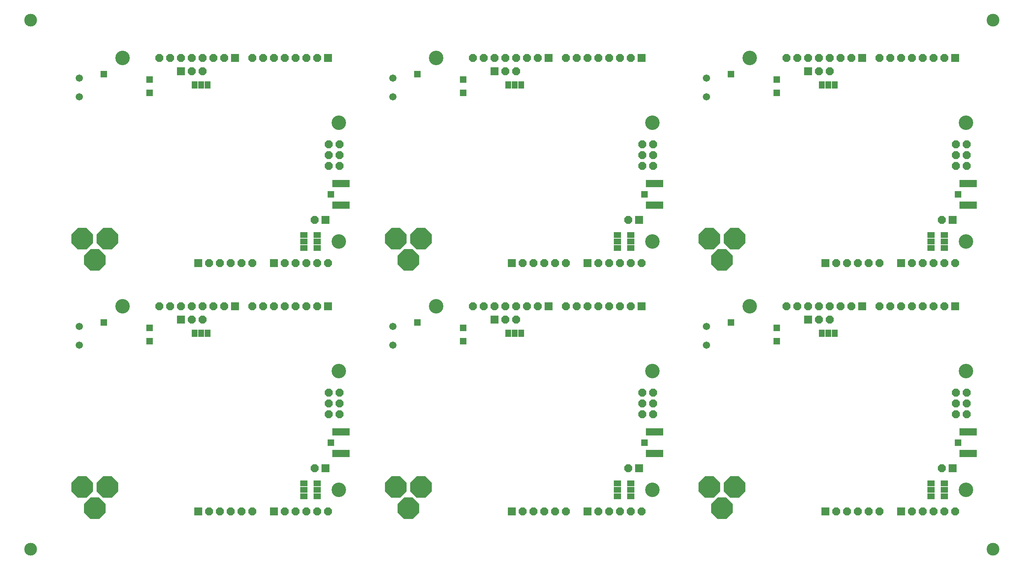
<source format=gbs>
G75*
G70*
%OFA0B0*%
%FSLAX25Y25*%
%IPPOS*%
%LPD*%
%AMOC8*
5,1,8,0,0,1.08239X$1,22.5*
%
%ADD120R,0.07100X0.05400*%
%ADD121R,0.07200X0.07200*%
%ADD133C,0.11820*%
%ADD153C,0.13400*%
%ADD159R,0.16400X0.06800*%
%ADD33OC8,0.07200*%
%ADD40R,0.05920X0.05920*%
%ADD50R,0.16800X0.06800*%
%ADD67R,0.05400X0.07100*%
%ADD79C,0.06740*%
%ADD88OC8,0.19800*%
X0010000Y0010000D02*
G75*
%LPD*%
D133*
X0035000Y0035000D03*
X0925000Y0035000D03*
X0010000Y0060000D02*
G75*
%LPD*%
X0060000Y0060000D02*
G75*
%LPD*%
D153*
X0120000Y0260000D03*
X0320000Y0200000D03*
X0320000Y0090000D03*
D33*
X0310000Y0070000D03*
X0300000Y0070000D03*
X0290000Y0070000D03*
X0280000Y0070000D03*
X0270000Y0070000D03*
X0240000Y0070000D03*
X0230000Y0070000D03*
X0220000Y0070000D03*
X0210000Y0070000D03*
X0200000Y0070000D03*
X0297500Y0110000D03*
X0310550Y0159810D03*
X0320550Y0159810D03*
X0320550Y0169810D03*
X0310550Y0169810D03*
X0310550Y0179810D03*
X0320550Y0179810D03*
X0300000Y0260000D03*
X0290000Y0260000D03*
X0280000Y0260000D03*
X0270000Y0260000D03*
X0260000Y0260000D03*
X0250000Y0260000D03*
X0240000Y0260000D03*
X0214000Y0260000D03*
X0204000Y0260000D03*
X0194000Y0260000D03*
X0184000Y0260000D03*
X0174000Y0260000D03*
X0164000Y0260000D03*
X0154000Y0260000D03*
X0184000Y0247500D03*
X0194000Y0247500D03*
D121*
X0174000Y0247500D03*
X0224000Y0260000D03*
X0310000Y0260000D03*
X0307500Y0110000D03*
X0260000Y0070000D03*
X0190000Y0070000D03*
D88*
X0094200Y0073000D03*
X0106000Y0092700D03*
X0082400Y0092700D03*
D50*
D159*
X0321800Y0123500D03*
D50*
D159*
X0321800Y0143500D03*
D50*
D120*
X0300000Y0096000D03*
X0300000Y0090000D03*
X0300000Y0084000D03*
X0287500Y0084000D03*
X0287500Y0090000D03*
X0287500Y0096000D03*
D67*
X0198500Y0235000D03*
X0192500Y0235000D03*
X0186500Y0235000D03*
D79*
X0080000Y0241170D03*
X0080000Y0223840D03*
D40*
X0102500Y0245000D03*
X0145000Y0240000D03*
X0145000Y0227500D03*
X0312500Y0133500D03*
X0060000Y0270000D02*
G75*
%LPD*%
X0060000Y0290000D02*
G75*
%LPD*%
D153*
X0120000Y0490000D03*
X0320000Y0430000D03*
X0320000Y0320000D03*
D33*
X0310000Y0300000D03*
X0300000Y0300000D03*
X0290000Y0300000D03*
X0280000Y0300000D03*
X0270000Y0300000D03*
X0240000Y0300000D03*
X0230000Y0300000D03*
X0220000Y0300000D03*
X0210000Y0300000D03*
X0200000Y0300000D03*
X0297500Y0340000D03*
X0310550Y0389810D03*
X0320550Y0389810D03*
X0320550Y0399810D03*
X0310550Y0399810D03*
X0310550Y0409810D03*
X0320550Y0409810D03*
X0300000Y0490000D03*
X0290000Y0490000D03*
X0280000Y0490000D03*
X0270000Y0490000D03*
X0260000Y0490000D03*
X0250000Y0490000D03*
X0240000Y0490000D03*
X0214000Y0490000D03*
X0204000Y0490000D03*
X0194000Y0490000D03*
X0184000Y0490000D03*
X0174000Y0490000D03*
X0164000Y0490000D03*
X0154000Y0490000D03*
X0184000Y0477500D03*
X0194000Y0477500D03*
D121*
X0174000Y0477500D03*
X0224000Y0490000D03*
X0310000Y0490000D03*
X0307500Y0340000D03*
X0260000Y0300000D03*
X0190000Y0300000D03*
D88*
X0094200Y0303000D03*
X0106000Y0322700D03*
X0082400Y0322700D03*
D50*
D159*
X0321800Y0353500D03*
D50*
D159*
X0321800Y0373500D03*
D50*
D120*
X0300000Y0326000D03*
X0300000Y0320000D03*
X0300000Y0314000D03*
X0287500Y0314000D03*
X0287500Y0320000D03*
X0287500Y0326000D03*
D67*
X0198500Y0465000D03*
X0192500Y0465000D03*
X0186500Y0465000D03*
D79*
X0080000Y0471170D03*
X0080000Y0453840D03*
D40*
X0102500Y0475000D03*
X0145000Y0470000D03*
X0145000Y0457500D03*
X0312500Y0363500D03*
X0350000Y0060000D02*
G75*
%LPD*%
D153*
X0410000Y0260000D03*
X0610000Y0200000D03*
X0610000Y0090000D03*
D33*
X0600000Y0070000D03*
X0590000Y0070000D03*
X0580000Y0070000D03*
X0570000Y0070000D03*
X0560000Y0070000D03*
X0530000Y0070000D03*
X0520000Y0070000D03*
X0510000Y0070000D03*
X0500000Y0070000D03*
X0490000Y0070000D03*
X0587500Y0110000D03*
X0600550Y0159810D03*
X0610550Y0159810D03*
X0610550Y0169810D03*
X0600550Y0169810D03*
X0600550Y0179810D03*
X0610550Y0179810D03*
X0590000Y0260000D03*
X0580000Y0260000D03*
X0570000Y0260000D03*
X0560000Y0260000D03*
X0550000Y0260000D03*
X0540000Y0260000D03*
X0530000Y0260000D03*
X0504000Y0260000D03*
X0494000Y0260000D03*
X0484000Y0260000D03*
X0474000Y0260000D03*
X0464000Y0260000D03*
X0454000Y0260000D03*
X0444000Y0260000D03*
X0474000Y0247500D03*
X0484000Y0247500D03*
D121*
X0464000Y0247500D03*
X0514000Y0260000D03*
X0600000Y0260000D03*
X0597500Y0110000D03*
X0550000Y0070000D03*
X0480000Y0070000D03*
D88*
X0384200Y0073000D03*
X0396000Y0092700D03*
X0372400Y0092700D03*
D50*
D159*
X0611800Y0123500D03*
D50*
D159*
X0611800Y0143500D03*
D50*
D120*
X0590000Y0096000D03*
X0590000Y0090000D03*
X0590000Y0084000D03*
X0577500Y0084000D03*
X0577500Y0090000D03*
X0577500Y0096000D03*
D67*
X0488500Y0235000D03*
X0482500Y0235000D03*
X0476500Y0235000D03*
D79*
X0370000Y0241170D03*
X0370000Y0223840D03*
D40*
X0392500Y0245000D03*
X0435000Y0240000D03*
X0435000Y0227500D03*
X0602500Y0133500D03*
X0350000Y0270000D02*
G75*
%LPD*%
X0350000Y0290000D02*
G75*
%LPD*%
D153*
X0410000Y0490000D03*
X0610000Y0430000D03*
X0610000Y0320000D03*
D33*
X0600000Y0300000D03*
X0590000Y0300000D03*
X0580000Y0300000D03*
X0570000Y0300000D03*
X0560000Y0300000D03*
X0530000Y0300000D03*
X0520000Y0300000D03*
X0510000Y0300000D03*
X0500000Y0300000D03*
X0490000Y0300000D03*
X0587500Y0340000D03*
X0600550Y0389810D03*
X0610550Y0389810D03*
X0610550Y0399810D03*
X0600550Y0399810D03*
X0600550Y0409810D03*
X0610550Y0409810D03*
X0590000Y0490000D03*
X0580000Y0490000D03*
X0570000Y0490000D03*
X0560000Y0490000D03*
X0550000Y0490000D03*
X0540000Y0490000D03*
X0530000Y0490000D03*
X0504000Y0490000D03*
X0494000Y0490000D03*
X0484000Y0490000D03*
X0474000Y0490000D03*
X0464000Y0490000D03*
X0454000Y0490000D03*
X0444000Y0490000D03*
X0474000Y0477500D03*
X0484000Y0477500D03*
D121*
X0464000Y0477500D03*
X0514000Y0490000D03*
X0600000Y0490000D03*
X0597500Y0340000D03*
X0550000Y0300000D03*
X0480000Y0300000D03*
D88*
X0384200Y0303000D03*
X0396000Y0322700D03*
X0372400Y0322700D03*
D50*
D159*
X0611800Y0353500D03*
D50*
D159*
X0611800Y0373500D03*
D50*
D120*
X0590000Y0326000D03*
X0590000Y0320000D03*
X0590000Y0314000D03*
X0577500Y0314000D03*
X0577500Y0320000D03*
X0577500Y0326000D03*
D67*
X0488500Y0465000D03*
X0482500Y0465000D03*
X0476500Y0465000D03*
D79*
X0370000Y0471170D03*
X0370000Y0453840D03*
D40*
X0392500Y0475000D03*
X0435000Y0470000D03*
X0435000Y0457500D03*
X0602500Y0363500D03*
X0640000Y0060000D02*
G75*
%LPD*%
D153*
X0700000Y0260000D03*
X0900000Y0200000D03*
X0900000Y0090000D03*
D33*
X0890000Y0070000D03*
X0880000Y0070000D03*
X0870000Y0070000D03*
X0860000Y0070000D03*
X0850000Y0070000D03*
X0820000Y0070000D03*
X0810000Y0070000D03*
X0800000Y0070000D03*
X0790000Y0070000D03*
X0780000Y0070000D03*
X0877500Y0110000D03*
X0890550Y0159810D03*
X0900550Y0159810D03*
X0900550Y0169810D03*
X0890550Y0169810D03*
X0890550Y0179810D03*
X0900550Y0179810D03*
X0880000Y0260000D03*
X0870000Y0260000D03*
X0860000Y0260000D03*
X0850000Y0260000D03*
X0840000Y0260000D03*
X0830000Y0260000D03*
X0820000Y0260000D03*
X0794000Y0260000D03*
X0784000Y0260000D03*
X0774000Y0260000D03*
X0764000Y0260000D03*
X0754000Y0260000D03*
X0744000Y0260000D03*
X0734000Y0260000D03*
X0764000Y0247500D03*
X0774000Y0247500D03*
D121*
X0754000Y0247500D03*
X0804000Y0260000D03*
X0890000Y0260000D03*
X0887500Y0110000D03*
X0840000Y0070000D03*
X0770000Y0070000D03*
D88*
X0674200Y0073000D03*
X0686000Y0092700D03*
X0662400Y0092700D03*
D50*
D159*
X0901800Y0123500D03*
D50*
D159*
X0901800Y0143500D03*
D50*
D120*
X0880000Y0096000D03*
X0880000Y0090000D03*
X0880000Y0084000D03*
X0867500Y0084000D03*
X0867500Y0090000D03*
X0867500Y0096000D03*
D67*
X0778500Y0235000D03*
X0772500Y0235000D03*
X0766500Y0235000D03*
D79*
X0660000Y0241170D03*
X0660000Y0223840D03*
D40*
X0682500Y0245000D03*
X0725000Y0240000D03*
X0725000Y0227500D03*
X0892500Y0133500D03*
X0640000Y0270000D02*
G75*
%LPD*%
X0640000Y0290000D02*
G75*
%LPD*%
D153*
X0700000Y0490000D03*
X0900000Y0430000D03*
X0900000Y0320000D03*
D33*
X0890000Y0300000D03*
X0880000Y0300000D03*
X0870000Y0300000D03*
X0860000Y0300000D03*
X0850000Y0300000D03*
X0820000Y0300000D03*
X0810000Y0300000D03*
X0800000Y0300000D03*
X0790000Y0300000D03*
X0780000Y0300000D03*
X0877500Y0340000D03*
X0890550Y0389810D03*
X0900550Y0389810D03*
X0900550Y0399810D03*
X0890550Y0399810D03*
X0890550Y0409810D03*
X0900550Y0409810D03*
X0880000Y0490000D03*
X0870000Y0490000D03*
X0860000Y0490000D03*
X0850000Y0490000D03*
X0840000Y0490000D03*
X0830000Y0490000D03*
X0820000Y0490000D03*
X0794000Y0490000D03*
X0784000Y0490000D03*
X0774000Y0490000D03*
X0764000Y0490000D03*
X0754000Y0490000D03*
X0744000Y0490000D03*
X0734000Y0490000D03*
X0764000Y0477500D03*
X0774000Y0477500D03*
D121*
X0754000Y0477500D03*
X0804000Y0490000D03*
X0890000Y0490000D03*
X0887500Y0340000D03*
X0840000Y0300000D03*
X0770000Y0300000D03*
D88*
X0674200Y0303000D03*
X0686000Y0322700D03*
X0662400Y0322700D03*
D50*
D159*
X0901800Y0353500D03*
D50*
D159*
X0901800Y0373500D03*
D50*
D120*
X0880000Y0326000D03*
X0880000Y0320000D03*
X0880000Y0314000D03*
X0867500Y0314000D03*
X0867500Y0320000D03*
X0867500Y0326000D03*
D67*
X0778500Y0465000D03*
X0772500Y0465000D03*
X0766500Y0465000D03*
D79*
X0660000Y0471170D03*
X0660000Y0453840D03*
D40*
X0682500Y0475000D03*
X0725000Y0470000D03*
X0725000Y0457500D03*
X0892500Y0363500D03*
X0010000Y0500000D02*
G75*
%LPD*%
D133*
X0035000Y0525000D03*
X0925000Y0525000D03*
M02*

</source>
